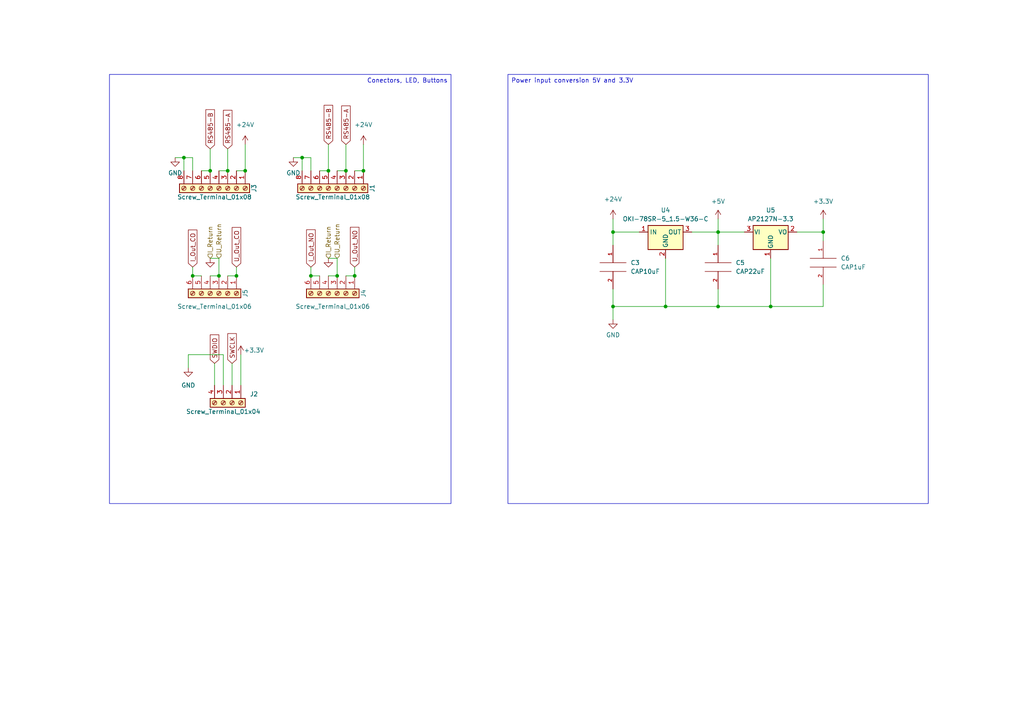
<source format=kicad_sch>
(kicad_sch (version 20230121) (generator eeschema)
  (paper "A4")
  (title_block (title "NO-CO Gas sensor") (date "2023-09-27") (comment 1 "Author: Felix Sarbach"))
  (lib_symbols
    (symbol "Connector:Screw_Terminal_01x04" (pin_names (offset 1.016) hide)
      (property "Reference" "J" (at 0 5.08 0))
      (property "Value" "Screw_Terminal_01x04" (at 0 -7.62 0))
      (symbol "Screw_Terminal_01x04_1_1"
        (rectangle (start -1.27 3.81) (end 1.27 -6.35) (stroke (width 0.254)) (fill (type background)))
        (circle (center 0 -5.08) (radius 0.635) (stroke (width 0.1524)))
        (circle (center 0 -2.54) (radius 0.635) (stroke (width 0.1524)))
        (polyline (pts (xy -0.5334 -4.7498) (xy 0.3302 -5.588)) (stroke (width 0.1524)))
        (polyline (pts (xy -0.5334 -2.2098) (xy 0.3302 -3.048)) (stroke (width 0.1524)))
        (polyline (pts (xy -0.5334 0.3302) (xy 0.3302 -0.508)) (stroke (width 0.1524)))
        (polyline (pts (xy -0.5334 2.8702) (xy 0.3302 2.032)) (stroke (width 0.1524)))
        (polyline (pts (xy -0.3556 -4.572) (xy 0.508 -5.4102)) (stroke (width 0.1524)))
        (polyline (pts (xy -0.3556 -2.032) (xy 0.508 -2.8702)) (stroke (width 0.1524)))
        (polyline (pts (xy -0.3556 0.508) (xy 0.508 -0.3302)) (stroke (width 0.1524)))
        (polyline (pts (xy -0.3556 3.048) (xy 0.508 2.2098)) (stroke (width 0.1524)))
        (circle (center 0 0) (radius 0.635) (stroke (width 0.1524)))
        (circle (center 0 2.54) (radius 0.635) (stroke (width 0.1524)))
        (pin passive line (at -5.08 2.54 0) (length 3.81) (name "Pin_1") (number "1"))
        (pin passive line (at -5.08 0 0) (length 3.81) (name "Pin_2") (number "2"))
        (pin passive line (at -5.08 -2.54 0) (length 3.81) (name "Pin_3") (number "3"))
        (pin passive line (at -5.08 -5.08 0) (length 3.81) (name "Pin_4") (number "4"))
      )
    )
    (symbol "Connector:Screw_Terminal_01x06" (pin_names (offset 1.016) hide)
      (property "Reference" "J" (at 0 7.62 0))
      (property "Value" "Screw_Terminal_01x06" (at 0 -10.16 0))
      (symbol "Screw_Terminal_01x06_1_1"
        (rectangle (start -1.27 6.35) (end 1.27 -8.89) (stroke (width 0.254)) (fill (type background)))
        (circle (center 0 -7.62) (radius 0.635) (stroke (width 0.1524)))
        (circle (center 0 -5.08) (radius 0.635) (stroke (width 0.1524)))
        (circle (center 0 -2.54) (radius 0.635) (stroke (width 0.1524)))
        (polyline (pts (xy -0.5334 -7.2898) (xy 0.3302 -8.128)) (stroke (width 0.1524)))
        (polyline (pts (xy -0.5334 -4.7498) (xy 0.3302 -5.588)) (stroke (width 0.1524)))
        (polyline (pts (xy -0.5334 -2.2098) (xy 0.3302 -3.048)) (stroke (width 0.1524)))
        (polyline (pts (xy -0.5334 0.3302) (xy 0.3302 -0.508)) (stroke (width 0.1524)))
        (polyline (pts (xy -0.5334 2.8702) (xy 0.3302 2.032)) (stroke (width 0.1524)))
        (polyline (pts (xy -0.5334 5.4102) (xy 0.3302 4.572)) (stroke (width 0.1524)))
        (polyline (pts (xy -0.3556 -7.112) (xy 0.508 -7.9502)) (stroke (width 0.1524)))
        (polyline (pts (xy -0.3556 -4.572) (xy 0.508 -5.4102)) (stroke (width 0.1524)))
        (polyline (pts (xy -0.3556 -2.032) (xy 0.508 -2.8702)) (stroke (width 0.1524)))
        (polyline (pts (xy -0.3556 0.508) (xy 0.508 -0.3302)) (stroke (width 0.1524)))
        (polyline (pts (xy -0.3556 3.048) (xy 0.508 2.2098)) (stroke (width 0.1524)))
        (polyline (pts (xy -0.3556 5.588) (xy 0.508 4.7498)) (stroke (width 0.1524)))
        (circle (center 0 0) (radius 0.635) (stroke (width 0.1524)))
        (circle (center 0 2.54) (radius 0.635) (stroke (width 0.1524)))
        (circle (center 0 5.08) (radius 0.635) (stroke (width 0.1524)))
        (pin passive line (at -5.08 5.08 0) (length 3.81) (name "Pin_1") (number "1"))
        (pin passive line (at -5.08 2.54 0) (length 3.81) (name "Pin_2") (number "2"))
        (pin passive line (at -5.08 0 0) (length 3.81) (name "Pin_3") (number "3"))
        (pin passive line (at -5.08 -2.54 0) (length 3.81) (name "Pin_4") (number "4"))
        (pin passive line (at -5.08 -5.08 0) (length 3.81) (name "Pin_5") (number "5"))
        (pin passive line (at -5.08 -7.62 0) (length 3.81) (name "Pin_6") (number "6"))
      )
    )
    (symbol "Connector:Screw_Terminal_01x08" (pin_names (offset 1.016) hide)
      (property "Reference" "J" (at 0 10.16 0))
      (property "Value" "Screw_Terminal_01x08" (at 0 -12.7 0))
      (symbol "Screw_Terminal_01x08_1_1"
        (rectangle (start -1.27 8.89) (end 1.27 -11.43) (stroke (width 0.254)) (fill (type background)))
        (circle (center 0 -10.16) (radius 0.635) (stroke (width 0.1524)))
        (circle (center 0 -7.62) (radius 0.635) (stroke (width 0.1524)))
        (circle (center 0 -5.08) (radius 0.635) (stroke (width 0.1524)))
        (circle (center 0 -2.54) (radius 0.635) (stroke (width 0.1524)))
        (polyline (pts (xy -0.5334 -9.8298) (xy 0.3302 -10.668)) (stroke (width 0.1524)))
        (polyline (pts (xy -0.5334 -7.2898) (xy 0.3302 -8.128)) (stroke (width 0.1524)))
        (polyline (pts (xy -0.5334 -4.7498) (xy 0.3302 -5.588)) (stroke (width 0.1524)))
        (polyline (pts (xy -0.5334 -2.2098) (xy 0.3302 -3.048)) (stroke (width 0.1524)))
        (polyline (pts (xy -0.5334 0.3302) (xy 0.3302 -0.508)) (stroke (width 0.1524)))
        (polyline (pts (xy -0.5334 2.8702) (xy 0.3302 2.032)) (stroke (width 0.1524)))
        (polyline (pts (xy -0.5334 5.4102) (xy 0.3302 4.572)) (stroke (width 0.1524)))
        (polyline (pts (xy -0.5334 7.9502) (xy 0.3302 7.112)) (stroke (width 0.1524)))
        (polyline (pts (xy -0.3556 -9.652) (xy 0.508 -10.4902)) (stroke (width 0.1524)))
        (polyline (pts (xy -0.3556 -7.112) (xy 0.508 -7.9502)) (stroke (width 0.1524)))
        (polyline (pts (xy -0.3556 -4.572) (xy 0.508 -5.4102)) (stroke (width 0.1524)))
        (polyline (pts (xy -0.3556 -2.032) (xy 0.508 -2.8702)) (stroke (width 0.1524)))
        (polyline (pts (xy -0.3556 0.508) (xy 0.508 -0.3302)) (stroke (width 0.1524)))
        (polyline (pts (xy -0.3556 3.048) (xy 0.508 2.2098)) (stroke (width 0.1524)))
        (polyline (pts (xy -0.3556 5.588) (xy 0.508 4.7498)) (stroke (width 0.1524)))
        (polyline (pts (xy -0.3556 8.128) (xy 0.508 7.2898)) (stroke (width 0.1524)))
        (circle (center 0 0) (radius 0.635) (stroke (width 0.1524)))
        (circle (center 0 2.54) (radius 0.635) (stroke (width 0.1524)))
        (circle (center 0 5.08) (radius 0.635) (stroke (width 0.1524)))
        (circle (center 0 7.62) (radius 0.635) (stroke (width 0.1524)))
        (pin passive line (at -5.08 7.62 0) (length 3.81) (name "Pin_1") (number "1"))
        (pin passive line (at -5.08 5.08 0) (length 3.81) (name "Pin_2") (number "2"))
        (pin passive line (at -5.08 2.54 0) (length 3.81) (name "Pin_3") (number "3"))
        (pin passive line (at -5.08 0 0) (length 3.81) (name "Pin_4") (number "4"))
        (pin passive line (at -5.08 -2.54 0) (length 3.81) (name "Pin_5") (number "5"))
        (pin passive line (at -5.08 -5.08 0) (length 3.81) (name "Pin_6") (number "6"))
        (pin passive line (at -5.08 -7.62 0) (length 3.81) (name "Pin_7") (number "7"))
        (pin passive line (at -5.08 -10.16 0) (length 3.81) (name "Pin_8") (number "8"))
      )
    )
    (symbol "Converter_DCDC:OKI-78SR-5_1.5-W36-C"
      (property "Reference" "U" (at -3.81 3.175 0))
      (property "Value" "OKI-78SR-5_1.5-W36-C" (at 0 3.175 0))
      (symbol "OKI-78SR-5_1.5-W36-C_0_1"
        (rectangle (start -5.08 1.905) (end 5.08 -5.08) (stroke (width 0.254)) (fill (type background)))
      )
      (symbol "OKI-78SR-5_1.5-W36-C_1_1"
        (pin power_in line (at -7.62 0 0) (length 2.54) (name "IN") (number "1"))
        (pin power_in line (at 0 -7.62 90) (length 2.54) (name "GND") (number "2"))
        (pin power_out line (at 7.62 0 180) (length 2.54) (name "OUT") (number "3"))
      )
    )
    (symbol "Regulator_Linear:AP2127N-3.3" (pin_names (offset 0.254))
      (property "Reference" "U" (at -3.81 3.175 0))
      (property "Value" "AP2127N-3.3" (at 0 3.175 0))
      (symbol "AP2127N-3.3_0_1"
        (rectangle (start -5.08 1.905) (end 5.08 -5.08) (stroke (width 0.254)) (fill (type background)))
      )
      (symbol "AP2127N-3.3_1_1"
        (pin power_in line (at 0 -7.62 90) (length 2.54) (name "GND") (number "1"))
        (pin power_out line (at 7.62 0 180) (length 2.54) (name "VO") (number "2"))
        (pin power_in line (at -7.62 0 0) (length 2.54) (name "VI") (number "3"))
      )
    )
    (symbol "power:+24V" (power) (pin_names (offset 0))
      (property "Value" "+24V" (at 0 3.556 0))
      (symbol "+24V_0_1"
        (polyline (pts (xy -0.762 1.27) (xy 0 2.54)))
        (polyline (pts (xy 0 0) (xy 0 2.54)))
        (polyline (pts (xy 0 2.54) (xy 0.762 1.27)))
      )
      (symbol "+24V_1_1"
        (pin power_in line (at 0 0 90) (length 0) hide (name "+24V") (number "1"))
      )
    )
    (symbol "power:+3.3V" (power) (pin_names (offset 0))
      (property "Value" "+3.3V" (at 0 3.556 0))
      (symbol "+3.3V_0_1"
        (polyline (pts (xy -0.762 1.27) (xy 0 2.54)))
        (polyline (pts (xy 0 0) (xy 0 2.54)))
        (polyline (pts (xy 0 2.54) (xy 0.762 1.27)))
      )
      (symbol "+3.3V_1_1"
        (pin power_in line (at 0 0 90) (length 0) hide (name "+3.3V") (number "1"))
      )
    )
    (symbol "power:+5V" (power) (pin_names (offset 0))
      (property "Value" "+5V" (at 0 3.556 0))
      (symbol "+5V_0_1"
        (polyline (pts (xy -0.762 1.27) (xy 0 2.54)))
        (polyline (pts (xy 0 0) (xy 0 2.54)))
        (polyline (pts (xy 0 2.54) (xy 0.762 1.27)))
      )
      (symbol "+5V_1_1"
        (pin power_in line (at 0 0 90) (length 0) hide (name "+5V") (number "1"))
      )
    )
    (symbol "power:GND" (power) (pin_names (offset 0))
      (property "Value" "GND" (at 0 -3.81 0))
      (symbol "GND_0_1"
        (polyline (pts (xy 0 0) (xy 0 -1.27) (xy 1.27 -1.27) (xy 0 -2.54) (xy -1.27 -1.27) (xy 0 -1.27)))
      )
      (symbol "GND_1_1"
        (pin power_in line (at 0 0 270) (length 0) hide (name "GND") (number "1"))
      )
    )
    (symbol "pspice:CAP" (pin_names (offset 0.254))
      (property "Reference" "C" (at 2.54 3.81 90))
      (property "Value" "CAP" (at 2.54 -3.81 90))
      (symbol "CAP_0_1"
        (polyline (pts (xy -3.81 -1.27) (xy 3.81 -1.27)))
        (polyline (pts (xy -3.81 1.27) (xy 3.81 1.27)))
      )
      (symbol "CAP_1_1"
        (pin passive line (at 0 6.35 270) (length 5.08) (name "~") (number "1"))
        (pin passive line (at 0 -6.35 90) (length 5.08) (name "~") (number "2"))
      )
    )
  )
  (junction (at 66.04 49.53))
  (junction (at 55.88 80.01))
  (junction (at 95.25 49.53))
  (junction (at 177.8 67.31))
  (junction (at 238.76 67.31))
  (junction (at 193.04 88.9))
  (junction (at 177.8 88.9))
  (junction (at 68.58 80.01))
  (junction (at 90.17 80.01))
  (junction (at 87.63 45.72))
  (junction (at 105.41 49.53))
  (junction (at 208.28 67.31))
  (junction (at 71.12 49.53))
  (junction (at 97.79 80.01))
  (junction (at 100.33 49.53))
  (junction (at 53.34 45.72))
  (junction (at 60.96 49.53))
  (junction (at 223.52 88.9))
  (junction (at 208.28 88.9))
  (junction (at 63.5 80.01))
  (junction (at 102.87 80.01))
  (wire (pts (xy 100.33 41.91) (xy 100.33 49.53)))
  (wire (pts (xy 55.88 80.01) (xy 58.42 80.01)))
  (wire (pts (xy 50.8 45.72) (xy 53.34 45.72)))
  (wire (pts (xy 66.04 43.18) (xy 66.04 49.53)))
  (wire (pts (xy 193.04 88.9) (xy 208.28 88.9)))
  (wire (pts (xy 85.09 45.72) (xy 87.63 45.72)))
  (wire (pts (xy 87.63 45.72) (xy 90.17 45.72)))
  (wire (pts (xy 238.76 82.55) (xy 238.76 88.9)))
  (wire (pts (xy 105.41 41.91) (xy 105.41 49.53)))
  (wire (pts (xy 177.8 67.31) (xy 185.42 67.31)))
  (wire (pts (xy 69.85 102.87) (xy 69.85 111.76)))
  (wire (pts (xy 54.61 106.68) (xy 54.61 102.87)))
  (wire (pts (xy 54.61 102.87) (xy 64.77 102.87)))
  (wire (pts (xy 68.58 77.47) (xy 68.58 80.01)))
  (wire (pts (xy 177.8 63.5) (xy 177.8 67.31)))
  (wire (pts (xy 95.25 80.01) (xy 97.79 80.01)))
  (wire (pts (xy 55.88 77.47) (xy 55.88 80.01)))
  (wire (pts (xy 68.58 80.01) (xy 66.04 80.01)))
  (wire (pts (xy 177.8 88.9) (xy 193.04 88.9)))
  (wire (pts (xy 193.04 74.93) (xy 193.04 88.9)))
  (wire (pts (xy 102.87 77.47) (xy 102.87 80.01)))
  (wire (pts (xy 231.14 67.31) (xy 238.76 67.31)))
  (wire (pts (xy 53.34 45.72) (xy 53.34 49.53)))
  (wire (pts (xy 200.66 67.31) (xy 208.28 67.31)))
  (wire (pts (xy 71.12 41.91) (xy 71.12 49.53)))
  (wire (pts (xy 60.96 80.01) (xy 63.5 80.01)))
  (wire (pts (xy 95.25 41.91) (xy 95.25 49.53)))
  (wire (pts (xy 90.17 49.53) (xy 90.17 45.72)))
  (wire (pts (xy 67.31 105.41) (xy 67.31 111.76)))
  (wire (pts (xy 90.17 77.47) (xy 90.17 80.01)))
  (wire (pts (xy 177.8 88.9) (xy 177.8 92.71)))
  (wire (pts (xy 208.28 63.5) (xy 208.28 67.31)))
  (wire (pts (xy 208.28 67.31) (xy 215.9 67.31)))
  (wire (pts (xy 63.5 74.93) (xy 63.5 80.01)))
  (wire (pts (xy 55.88 49.53) (xy 55.88 45.72)))
  (wire (pts (xy 53.34 45.72) (xy 55.88 45.72)))
  (wire (pts (xy 60.96 43.18) (xy 60.96 49.53)))
  (wire (pts (xy 95.25 74.93) (xy 97.79 74.93)))
  (wire (pts (xy 64.77 102.87) (xy 64.77 111.76)))
  (wire (pts (xy 208.28 88.9) (xy 223.52 88.9)))
  (wire (pts (xy 238.76 88.9) (xy 223.52 88.9)))
  (wire (pts (xy 92.71 49.53) (xy 95.25 49.53)))
  (wire (pts (xy 102.87 49.53) (xy 105.41 49.53)))
  (wire (pts (xy 62.23 105.41) (xy 62.23 111.76)))
  (wire (pts (xy 90.17 80.01) (xy 92.71 80.01)))
  (wire (pts (xy 97.79 74.93) (xy 97.79 80.01)))
  (wire (pts (xy 177.8 67.31) (xy 177.8 71.12)))
  (wire (pts (xy 58.42 49.53) (xy 60.96 49.53)))
  (wire (pts (xy 238.76 63.5) (xy 238.76 67.31)))
  (wire (pts (xy 208.28 83.82) (xy 208.28 88.9)))
  (wire (pts (xy 60.96 74.93) (xy 63.5 74.93)))
  (wire (pts (xy 238.76 67.31) (xy 238.76 69.85)))
  (wire (pts (xy 208.28 67.31) (xy 208.28 71.12)))
  (wire (pts (xy 68.58 49.53) (xy 71.12 49.53)))
  (wire (pts (xy 87.63 45.72) (xy 87.63 49.53)))
  (wire (pts (xy 97.79 49.53) (xy 100.33 49.53)))
  (wire (pts (xy 100.33 80.01) (xy 102.87 80.01)))
  (wire (pts (xy 223.52 88.9) (xy 223.52 74.93)))
  (wire (pts (xy 63.5 49.53) (xy 66.04 49.53)))
  (wire (pts (xy 177.8 83.82) (xy 177.8 88.9)))
  (text_box "Power input conversion 5V and 3.3V" (at 147.32 21.59 0) (size 121.92 124.46) (effects (font (size 1.27 1.27)) (justify left top)))
  (text_box "Conectors, LED, Buttons" (at 31.75 21.59 0) (size 99.06 124.46) (effects (font (size 1.27 1.27)) (justify right top)))
  (global_label "U_Out_NO" (shape input) (at 102.87 77.47 90) (property "Intersheetrefs" "${INTERSHEET_REFS}" (effects hide)))
  (global_label "SWCLK" (shape input) (at 67.31 105.41 90) (property "Intersheetrefs" "${INTERSHEET_REFS}" (effects hide)))
  (global_label "RS485-B" (shape input) (at 60.96 43.18 90) (property "Intersheetrefs" "${INTERSHEET_REFS}" (effects hide)))
  (global_label "SWDIO" (shape input) (at 62.23 105.41 90) (property "Intersheetrefs" "${INTERSHEET_REFS}" (effects hide)))
  (global_label "U_Out_CO" (shape input) (at 68.58 77.47 90) (property "Intersheetrefs" "${INTERSHEET_REFS}" (effects hide)))
  (global_label "RS485-B" (shape input) (at 95.25 41.91 90) (property "Intersheetrefs" "${INTERSHEET_REFS}" (effects hide)))
  (global_label "I_Out_CO" (shape input) (at 55.88 77.47 90) (property "Intersheetrefs" "${INTERSHEET_REFS}" (effects hide)))
  (global_label "I_Out_NO" (shape input) (at 90.17 77.47 90) (property "Intersheetrefs" "${INTERSHEET_REFS}" (effects hide)))
  (global_label "RS485-A" (shape input) (at 66.04 43.18 90) (property "Intersheetrefs" "${INTERSHEET_REFS}" (effects hide)))
  (global_label "RS485-A" (shape input) (at 100.33 41.91 90) (property "Intersheetrefs" "${INTERSHEET_REFS}" (effects hide)))
  (hierarchical_label "U_Return" (shape input) (at 97.79 74.93 90))
  (hierarchical_label "I_Return" (shape input) (at 95.25 74.93 90))
  (hierarchical_label "I_Return" (shape input) (at 60.96 74.93 90))
  (hierarchical_label "U_Return" (shape input) (at 63.5 74.93 90))
  (symbol (lib_id "Connector:Screw_Terminal_01x04") (at 67.31 116.84 270) (unit 1)
    (property "Reference" "J2" (at 73.66 114.3 90))
    (property "Value" "Screw_Terminal_01x04" (at 64.77 119.38 90))
    (property "Footprint" "Connector_PinHeader_2.54mm:PinHeader_1x04_P2.54mm_Vertical" (effects hide))
  )
  (symbol (lib_id "power:GND") (at 85.09 45.72 0) (unit 1)
    (property "Reference" "#PWR041" (effects hide))
    (property "Value" "GND" (at 85.09 50.165 0))
    (instances (project "RS485-Gassensor" (path "" (reference "#PWR041") (unit 1)) (path "" (reference "#PWR032") (unit 1))))
  )
  (symbol (lib_id "pspice:CAP") (at 177.8 77.47 0) (unit 1)
    (property "Reference" "C3" (at 182.88 76.2 0) (effects (justify left)))
    (property "Value" "CAP10uF" (at 182.88 78.74 0) (effects (justify left)))
    (property "Footprint" "Capacitor_SMD:C_1206_3216Metric" (effects hide))
  )
  (symbol (lib_id "pspice:CAP") (at 208.28 77.47 0) (unit 1)
    (property "Reference" "C5" (at 213.36 76.2 0) (effects (justify left)))
    (property "Value" "CAP22uF" (at 213.36 78.74 0) (effects (justify left)))
    (property "Footprint" "Capacitor_SMD:C_1206_3216Metric" (effects hide))
  )
  (symbol (lib_id "power:+3.3V") (at 238.76 63.5 0) (unit 1)
    (property "Reference" "#PWR033" (effects hide))
    (property "Value" "+3.3V" (at 238.76 58.42 0))
  )
  (symbol (lib_id "power:GND") (at 60.96 74.93 0) (unit 1)
    (property "Reference" "#PWR048" (effects hide))
    (property "Value" "GND" (effects hide))
    (instances (project "RS485-Gassensor" (path "" (reference "#PWR048") (unit 1)) (path "" (reference "#PWR07") (unit 1))))
  )
  (symbol (lib_id "Connector:Screw_Terminal_01x08") (at 97.79 54.61 270) (unit 1)
    (property "Reference" "J1" (at 107.95 54.61 0))
    (property "Value" "Screw_Terminal_01x08" (at 96.52 57.15 90))
    (property "Footprint" "Connector_Phoenix_SPT:1862068" (effects hide))
    (instances (project "RS485-Gassensor" (path "" (reference "J1") (unit 1)) (path "" (reference "J3") (unit 1))))
  )
  (symbol (lib_id "power:GND") (at 95.25 74.93 0) (unit 1)
    (property "Reference" "#PWR032" (effects hide))
    (property "Value" "GND" (effects hide))
    (instances (project "RS485-Gassensor" (path "" (reference "#PWR032") (unit 1)) (path "" (reference "#PWR040") (unit 1))))
  )
  (symbol (lib_id "power:+24V") (at 177.8 63.5 0) (unit 1)
    (property "Reference" "#PWR022" (effects hide))
    (property "Value" "+24V" (at 177.8 57.785 0))
  )
  (symbol (lib_id "Connector:Screw_Terminal_01x08") (at 63.5 54.61 270) (unit 1)
    (property "Reference" "J3" (at 73.66 54.61 0))
    (property "Value" "Screw_Terminal_01x08" (at 62.23 57.15 90))
    (property "Footprint" "Connector_Phoenix_SPT:1862068" (effects hide))
    (instances (project "RS485-Gassensor" (path "" (reference "J3") (unit 1)) (path "" (reference "J1") (unit 1))))
  )
  (symbol (lib_id "power:GND") (at 54.61 106.68 0) (unit 1)
    (property "Reference" "#PWR02" (effects hide))
    (property "Value" "GND" (at 54.61 111.76 0))
  )
  (symbol (lib_id "Converter_DCDC:OKI-78SR-5_1.5-W36-C") (at 193.04 67.31 0) (unit 1)
    (property "Reference" "U4" (at 193.04 60.96 0))
    (property "Value" "OKI-78SR-5_1.5-W36-C" (at 193.04 63.5 0))
    (property "Footprint" "Converter_DCDC:Converter_DCDC_Murata_OKI-78SR_Vertical" (effects hide))
    (property "Datasheet" "https://power.murata.com/data/power/oki-78sr.pdf" (effects hide))
  )
  (symbol (lib_id "power:GND") (at 50.8 45.72 0) (unit 1)
    (property "Reference" "#PWR01" (effects hide))
    (property "Value" "GND" (at 50.8 50.165 0))
  )
  (symbol (lib_id "Regulator_Linear:AP2127N-3.3") (at 223.52 67.31 0) (unit 1)
    (property "Reference" "U5" (at 223.52 60.96 0))
    (property "Value" "AP2127N-3.3" (at 223.52 63.5 0))
    (property "Footprint" "Package_TO_SOT_SMD:SOT-23" (effects hide))
    (property "Datasheet" "https://www.diodes.com/assets/Datasheets/AP2127.pdf" (effects hide))
  )
  (symbol (lib_id "power:+5V") (at 208.28 63.5 0) (unit 1)
    (property "Reference" "#PWR026" (effects hide))
    (property "Value" "+5V" (at 208.28 58.42 0))
  )
  (symbol (lib_id "Connector:Screw_Terminal_01x06") (at 97.79 85.09 270) (unit 1)
    (property "Reference" "J4" (at 105.41 85.09 0))
    (property "Value" "Screw_Terminal_01x06" (at 96.52 88.9 90))
    (property "Footprint" "Connector_Phoenix_SPT:1071000" (effects hide))
  )
  (symbol (lib_id "power:GND") (at 177.8 92.71 0) (unit 1)
    (property "Reference" "#PWR023" (effects hide))
    (property "Value" "GND" (at 177.8 97.155 0))
  )
  (symbol (lib_id "power:+3.3V") (at 69.85 102.87 0) (unit 1)
    (property "Reference" "#PWR07" (effects hide))
    (property "Value" "+3.3V" (at 73.66 101.6 0))
    (instances (project "RS485-Gassensor" (path "" (reference "#PWR07") (unit 1)) (path "" (reference "#PWR029") (unit 1))))
  )
  (symbol (lib_id "power:+24V") (at 105.41 41.91 0) (unit 1)
    (property "Reference" "#PWR042" (effects hide))
    (property "Value" "+24V" (at 105.41 36.195 0))
    (instances (project "RS485-Gassensor" (path "" (reference "#PWR042") (unit 1)) (path "" (reference "#PWR048") (unit 1))))
  )
  (symbol (lib_id "Connector:Screw_Terminal_01x06") (at 63.5 85.09 270) (unit 1)
    (property "Reference" "J5" (at 71.12 85.09 0))
    (property "Value" "Screw_Terminal_01x06" (at 62.23 88.9 90))
    (property "Footprint" "Connector_Phoenix_SPT:1071000" (effects hide))
  )
  (symbol (lib_id "power:+24V") (at 71.12 41.91 0) (unit 1)
    (property "Reference" "#PWR06" (effects hide))
    (property "Value" "+24V" (at 71.12 36.195 0))
    (instances (project "RS485-Gassensor" (path "" (reference "#PWR06") (unit 1)) (path "" (reference "#PWR030") (unit 1))))
  )
  (symbol (lib_id "pspice:CAP") (at 238.76 76.2 0) (unit 1)
    (property "Reference" "C6" (at 243.84 74.93 0) (effects (justify left)))
    (property "Value" "CAP1uF" (at 243.84 77.47 0) (effects (justify left)))
    (property "Footprint" "Capacitor_SMD:C_1206_3216Metric" (effects hide))
  )
)
</source>
